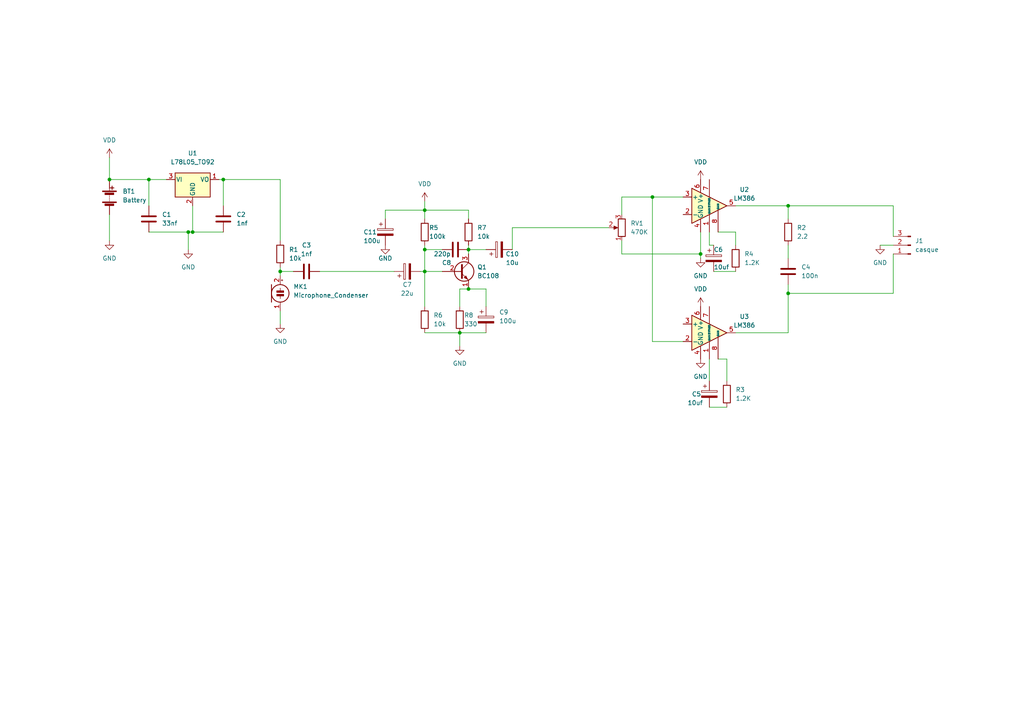
<source format=kicad_sch>
(kicad_sch (version 20211123) (generator eeschema)
  (paper "A4")
  (lib_symbols
    (symbol "Amplifier_Audio:LM386" (pin_names (offset 0.127))
      (property "Reference" "U" (at 1.27 7.62 0))
      (property "Value" "LM386" (at 1.27 5.08 0))
      (symbol "LM386_0_1"
        (polyline (pts (xy 5.08 0) (xy -5.08 5.08) (xy -5.08 -5.08) (xy 5.08 0)) (stroke (width 0.254)) (fill (type background)))
      )
      (symbol "LM386_1_1"
        (pin input line (at 0 -7.62 90) (length 5.08) (name "GAIN") (number "1"))
        (pin input line (at -7.62 -2.54 0) (length 2.54) (name "-") (number "2"))
        (pin input line (at -7.62 2.54 0) (length 2.54) (name "+") (number "3"))
        (pin power_in line (at -2.54 -7.62 90) (length 3.81) (name "GND") (number "4"))
        (pin output line (at 7.62 0 180) (length 2.54) (name "~") (number "5"))
        (pin power_in line (at -2.54 7.62 270) (length 3.81) (name "V+") (number "6"))
        (pin input line (at 0 7.62 270) (length 5.08) (name "BYPASS") (number "7"))
        (pin input line (at 2.54 -7.62 90) (length 6.35) (name "GAIN") (number "8"))
      )
    )
    (symbol "Connector:Conn_01x03_Male" (pin_names (offset 1.016) hide)
      (property "Reference" "J" (at 0 5.08 0))
      (property "Value" "Conn_01x03_Male" (at 0 -5.08 0))
      (symbol "Conn_01x03_Male_1_1"
        (polyline (pts (xy 1.27 -2.54) (xy 0.8636 -2.54)) (stroke (width 0.1524)))
        (polyline (pts (xy 1.27 0) (xy 0.8636 0)) (stroke (width 0.1524)))
        (polyline (pts (xy 1.27 2.54) (xy 0.8636 2.54)) (stroke (width 0.1524)))
        (rectangle (start 0.8636 -2.413) (end 0 -2.667) (stroke (width 0.1524)) (fill (type outline)))
        (rectangle (start 0.8636 0.127) (end 0 -0.127) (stroke (width 0.1524)) (fill (type outline)))
        (rectangle (start 0.8636 2.667) (end 0 2.413) (stroke (width 0.1524)) (fill (type outline)))
        (pin passive line (at 5.08 2.54 180) (length 3.81) (name "Pin_1") (number "1"))
        (pin passive line (at 5.08 0 180) (length 3.81) (name "Pin_2") (number "2"))
        (pin passive line (at 5.08 -2.54 180) (length 3.81) (name "Pin_3") (number "3"))
      )
    )
    (symbol "Device:Battery" (pin_numbers hide) (pin_names (offset 0) hide)
      (property "Reference" "BT" (at 2.54 2.54 0))
      (property "Value" "Battery" (at 2.54 0 0))
      (symbol "Battery_0_1"
        (rectangle (start -2.032 -1.397) (end 2.032 -1.651) (fill (type outline)))
        (rectangle (start -2.032 1.778) (end 2.032 1.524) (fill (type outline)))
        (rectangle (start -1.3208 -1.9812) (end 1.27 -2.4892) (fill (type outline)))
        (rectangle (start -1.3208 1.1938) (end 1.27 0.6858) (fill (type outline)))
        (polyline (pts (xy 0 -1.524) (xy 0 -1.27)))
        (polyline (pts (xy 0 -1.016) (xy 0 -0.762)))
        (polyline (pts (xy 0 -0.508) (xy 0 -0.254)))
        (polyline (pts (xy 0 0) (xy 0 0.254)))
        (polyline (pts (xy 0 0.508) (xy 0 0.762)))
        (polyline (pts (xy 0 1.778) (xy 0 2.54)))
        (polyline (pts (xy 0.254 2.667) (xy 1.27 2.667)) (stroke (width 0.254)))
        (polyline (pts (xy 0.762 3.175) (xy 0.762 2.159)) (stroke (width 0.254)))
      )
      (symbol "Battery_1_1"
        (pin passive line (at 0 5.08 270) (length 2.54) (name "+") (number "1"))
        (pin passive line (at 0 -5.08 90) (length 2.54) (name "-") (number "2"))
      )
    )
    (symbol "Device:C" (pin_numbers hide) (pin_names (offset 0.254))
      (property "Reference" "C" (at 0.635 2.54 0))
      (property "Value" "C" (at 0.635 -2.54 0))
      (symbol "C_0_1"
        (polyline (pts (xy -2.032 -0.762) (xy 2.032 -0.762)) (stroke (width 0.508)))
        (polyline (pts (xy -2.032 0.762) (xy 2.032 0.762)) (stroke (width 0.508)))
      )
      (symbol "C_1_1"
        (pin passive line (at 0 3.81 270) (length 2.794) (name "~") (number "1"))
        (pin passive line (at 0 -3.81 90) (length 2.794) (name "~") (number "2"))
      )
    )
    (symbol "Device:C_Polarized" (pin_numbers hide) (pin_names (offset 0.254))
      (property "Reference" "C" (at 0.635 2.54 0))
      (property "Value" "C_Polarized" (at 0.635 -2.54 0))
      (symbol "C_Polarized_0_1"
        (rectangle (start -2.286 0.508) (end 2.286 1.016))
        (polyline (pts (xy -1.778 2.286) (xy -0.762 2.286)))
        (polyline (pts (xy -1.27 2.794) (xy -1.27 1.778)))
        (rectangle (start 2.286 -0.508) (end -2.286 -1.016) (fill (type outline)))
      )
      (symbol "C_Polarized_1_1"
        (pin passive line (at 0 3.81 270) (length 2.794) (name "~") (number "1"))
        (pin passive line (at 0 -3.81 90) (length 2.794) (name "~") (number "2"))
      )
    )
    (symbol "Device:Microphone_Condenser" (pin_names (offset 0.0254) hide)
      (property "Reference" "MK" (at -3.302 1.27 0))
      (property "Value" "Microphone_Condenser" (at -3.302 -0.635 0))
      (symbol "Microphone_Condenser_0_1"
        (polyline (pts (xy -2.54 2.54) (xy -2.54 -2.54)) (stroke (width 0.254)))
        (polyline (pts (xy 0 -0.762) (xy 0 -1.524)))
        (polyline (pts (xy 0 0.762) (xy 0 1.524)))
        (polyline (pts (xy 0.254 3.81) (xy 0.762 3.81)))
        (polyline (pts (xy 0.508 4.064) (xy 0.508 3.556)))
        (circle (center 0 0) (radius 2.54) (stroke (width 0.254)))
        (rectangle (start 1.016 -0.254) (end -1.016 -0.762) (fill (type outline)))
        (rectangle (start 1.016 0.762) (end -1.016 0.254) (fill (type outline)))
      )
      (symbol "Microphone_Condenser_1_1"
        (pin passive line (at 0 -5.08 90) (length 2.54) (name "-") (number "1"))
        (pin passive line (at 0 5.08 270) (length 2.54) (name "+") (number "2"))
      )
    )
    (symbol "Device:R" (pin_numbers hide) (pin_names (offset 0))
      (property "Reference" "R" (at 2.032 0 90))
      (property "Value" "R" (at 0 0 90))
      (symbol "R_0_1"
        (rectangle (start -1.016 -2.54) (end 1.016 2.54) (stroke (width 0.254)))
      )
      (symbol "R_1_1"
        (pin passive line (at 0 3.81 270) (length 1.27) (name "~") (number "1"))
        (pin passive line (at 0 -3.81 90) (length 1.27) (name "~") (number "2"))
      )
    )
    (symbol "Device:R_Potentiometer" (pin_names (offset 1.016) hide)
      (property "Reference" "RV" (at -4.445 0 90))
      (property "Value" "R_Potentiometer" (at -2.54 0 90))
      (symbol "R_Potentiometer_0_1"
        (polyline (pts (xy 2.54 0) (xy 1.524 0)))
        (polyline (pts (xy 1.143 0) (xy 2.286 0.508) (xy 2.286 -0.508) (xy 1.143 0)) (fill (type outline)))
        (rectangle (start 1.016 2.54) (end -1.016 -2.54) (stroke (width 0.254)))
      )
      (symbol "R_Potentiometer_1_1"
        (pin passive line (at 0 3.81 270) (length 1.27) (name "1") (number "1"))
        (pin passive line (at 3.81 0 180) (length 1.27) (name "2") (number "2"))
        (pin passive line (at 0 -3.81 90) (length 1.27) (name "3") (number "3"))
      )
    )
    (symbol "Regulator_Linear:L78L05_TO92" (pin_names (offset 0.254))
      (property "Reference" "U" (at -3.81 3.175 0))
      (property "Value" "L78L05_TO92" (at 0 3.175 0))
      (symbol "L78L05_TO92_0_1"
        (rectangle (start -5.08 -5.08) (end 5.08 1.905) (stroke (width 0.254)) (fill (type background)))
      )
      (symbol "L78L05_TO92_1_1"
        (pin power_out line (at 7.62 0 180) (length 2.54) (name "VO") (number "1"))
        (pin power_in line (at 0 -7.62 90) (length 2.54) (name "GND") (number "2"))
        (pin power_in line (at -7.62 0 0) (length 2.54) (name "VI") (number "3"))
      )
    )
    (symbol "Transistor_BJT:BC108" (pin_names (offset 0) hide)
      (property "Reference" "Q" (at 5.08 1.905 0))
      (property "Value" "BC108" (at 5.08 0 0))
      (symbol "BC108_0_1"
        (polyline (pts (xy 0.635 0.635) (xy 2.54 2.54)))
        (polyline (pts (xy 0.635 -0.635) (xy 2.54 -2.54) (xy 2.54 -2.54)))
        (polyline (pts (xy 0.635 1.905) (xy 0.635 -1.905) (xy 0.635 -1.905)) (stroke (width 0.508)))
        (polyline (pts (xy 1.27 -1.778) (xy 1.778 -1.27) (xy 2.286 -2.286) (xy 1.27 -1.778) (xy 1.27 -1.778)) (fill (type outline)))
        (circle (center 1.27 0) (radius 2.8194) (stroke (width 0.254)))
      )
      (symbol "BC108_1_1"
        (pin passive line (at 2.54 -5.08 90) (length 2.54) (name "E") (number "1"))
        (pin input line (at -5.08 0 0) (length 5.715) (name "B") (number "2"))
        (pin passive line (at 2.54 5.08 270) (length 2.54) (name "C") (number "3"))
      )
    )
    (symbol "power:GND" (power) (pin_names (offset 0))
      (property "Value" "GND" (at 0 -3.81 0))
      (symbol "GND_0_1"
        (polyline (pts (xy 0 0) (xy 0 -1.27) (xy 1.27 -1.27) (xy 0 -2.54) (xy -1.27 -1.27) (xy 0 -1.27)))
      )
      (symbol "GND_1_1"
        (pin power_in line (at 0 0 270) (length 0) hide (name "GND") (number "1"))
      )
    )
    (symbol "power:VDD" (power) (pin_names (offset 0))
      (property "Value" "VDD" (at 0 3.81 0))
      (symbol "VDD_0_1"
        (polyline (pts (xy -0.762 1.27) (xy 0 2.54)))
        (polyline (pts (xy 0 0) (xy 0 2.54)))
        (polyline (pts (xy 0 2.54) (xy 0.762 1.27)))
      )
      (symbol "VDD_1_1"
        (pin power_in line (at 0 0 90) (length 0) hide (name "VDD") (number "1"))
      )
    )
  )
  (junction (at 43.18 52.07))
  (junction (at 55.88 67.31))
  (junction (at 228.6 59.69))
  (junction (at 123.19 78.74))
  (junction (at 81.28 78.74))
  (junction (at 203.2 73.66))
  (junction (at 64.77 52.07))
  (junction (at 189.23 57.15))
  (junction (at 31.75 52.07))
  (junction (at 123.19 60.96))
  (junction (at 228.6 85.09))
  (junction (at 133.35 96.52))
  (junction (at 135.89 72.39))
  (junction (at 135.89 83.82))
  (junction (at 54.61 67.31))
  (junction (at 123.19 72.39))
  (wire (pts (xy 43.18 59.69) (xy 43.18 52.07)))
  (wire (pts (xy 189.23 57.15) (xy 198.12 57.15)))
  (wire (pts (xy 54.61 72.39) (xy 54.61 67.31)))
  (wire (pts (xy 205.74 71.12) (xy 207.01 71.12)))
  (wire (pts (xy 180.34 73.66) (xy 203.2 73.66)))
  (wire (pts (xy 176.53 66.04) (xy 148.59 66.04)))
  (wire (pts (xy 81.28 78.74) (xy 85.09 78.74)))
  (wire (pts (xy 148.59 66.04) (xy 148.59 72.39)))
  (wire (pts (xy 43.18 67.31) (xy 54.61 67.31)))
  (wire (pts (xy 123.19 78.74) (xy 128.27 78.74)))
  (wire (pts (xy 228.6 96.52) (xy 213.36 96.52)))
  (wire (pts (xy 180.34 69.85) (xy 180.34 73.66)))
  (wire (pts (xy 123.19 60.96) (xy 135.89 60.96)))
  (wire (pts (xy 123.19 72.39) (xy 123.19 78.74)))
  (wire (pts (xy 123.19 78.74) (xy 123.19 88.9)))
  (wire (pts (xy 189.23 57.15) (xy 189.23 99.06)))
  (wire (pts (xy 54.61 67.31) (xy 55.88 67.31)))
  (wire (pts (xy 43.18 52.07) (xy 48.26 52.07)))
  (wire (pts (xy 228.6 71.12) (xy 228.6 74.93)))
  (wire (pts (xy 64.77 52.07) (xy 81.28 52.07)))
  (wire (pts (xy 81.28 90.17) (xy 81.28 93.98)))
  (wire (pts (xy 123.19 58.42) (xy 123.19 60.96)))
  (wire (pts (xy 213.36 71.12) (xy 213.36 67.31)))
  (wire (pts (xy 123.19 72.39) (xy 128.27 72.39)))
  (wire (pts (xy 123.19 71.12) (xy 123.19 72.39)))
  (wire (pts (xy 81.28 77.47) (xy 81.28 78.74)))
  (wire (pts (xy 64.77 59.69) (xy 64.77 52.07)))
  (wire (pts (xy 55.88 67.31) (xy 64.77 67.31)))
  (wire (pts (xy 228.6 59.69) (xy 259.08 59.69)))
  (wire (pts (xy 189.23 99.06) (xy 198.12 99.06)))
  (wire (pts (xy 203.2 73.66) (xy 203.2 74.93)))
  (wire (pts (xy 133.35 96.52) (xy 140.97 96.52)))
  (wire (pts (xy 255.27 71.12) (xy 259.08 71.12)))
  (wire (pts (xy 81.28 78.74) (xy 81.28 80.01)))
  (wire (pts (xy 213.36 59.69) (xy 228.6 59.69)))
  (wire (pts (xy 259.08 59.69) (xy 259.08 68.58)))
  (wire (pts (xy 135.89 72.39) (xy 135.89 73.66)))
  (wire (pts (xy 111.76 60.96) (xy 123.19 60.96)))
  (wire (pts (xy 31.75 52.07) (xy 43.18 52.07)))
  (wire (pts (xy 111.76 63.5) (xy 111.76 60.96)))
  (wire (pts (xy 140.97 88.9) (xy 140.97 83.82)))
  (wire (pts (xy 135.89 71.12) (xy 135.89 72.39)))
  (wire (pts (xy 205.74 67.31) (xy 205.74 71.12)))
  (wire (pts (xy 207.01 78.74) (xy 213.36 78.74)))
  (wire (pts (xy 64.77 52.07) (xy 63.5 52.07)))
  (wire (pts (xy 180.34 62.23) (xy 180.34 57.15)))
  (wire (pts (xy 92.71 78.74) (xy 114.3 78.74)))
  (wire (pts (xy 31.75 62.23) (xy 31.75 69.85)))
  (wire (pts (xy 135.89 72.39) (xy 140.97 72.39)))
  (wire (pts (xy 123.19 96.52) (xy 133.35 96.52)))
  (wire (pts (xy 121.92 78.74) (xy 123.19 78.74)))
  (wire (pts (xy 228.6 59.69) (xy 228.6 63.5)))
  (wire (pts (xy 203.2 67.31) (xy 203.2 73.66)))
  (wire (pts (xy 55.88 59.69) (xy 55.88 67.31)))
  (wire (pts (xy 135.89 60.96) (xy 135.89 63.5)))
  (wire (pts (xy 228.6 85.09) (xy 259.08 85.09)))
  (wire (pts (xy 133.35 88.9) (xy 133.35 83.82)))
  (wire (pts (xy 210.82 104.14) (xy 208.28 104.14)))
  (wire (pts (xy 123.19 60.96) (xy 123.19 63.5)))
  (wire (pts (xy 205.74 118.11) (xy 210.82 118.11)))
  (wire (pts (xy 210.82 110.49) (xy 210.82 104.14)))
  (wire (pts (xy 140.97 83.82) (xy 135.89 83.82)))
  (wire (pts (xy 228.6 82.55) (xy 228.6 85.09)))
  (wire (pts (xy 259.08 85.09) (xy 259.08 73.66)))
  (wire (pts (xy 31.75 45.72) (xy 31.75 52.07)))
  (wire (pts (xy 205.74 104.14) (xy 205.74 110.49)))
  (wire (pts (xy 133.35 96.52) (xy 133.35 100.33)))
  (wire (pts (xy 133.35 83.82) (xy 135.89 83.82)))
  (wire (pts (xy 213.36 67.31) (xy 208.28 67.31)))
  (wire (pts (xy 180.34 57.15) (xy 189.23 57.15)))
  (wire (pts (xy 81.28 52.07) (xy 81.28 69.85)))
  (wire (pts (xy 228.6 85.09) (xy 228.6 96.52)))
  (symbol (lib_id "power:GND") (at 203.2 104.14 0) (unit 1)
    (property "Reference" "#PWR?" (effects hide))
    (property "Value" "GND" (at 203.2 109.22 0))
  )
  (symbol (lib_id "power:VDD") (at 203.2 88.9 0) (unit 1)
    (property "Reference" "#PWR?" (effects hide))
    (property "Value" "VDD" (at 203.2 83.82 0))
  )
  (symbol (lib_id "power:GND") (at 133.35 100.33 0) (unit 1)
    (property "Reference" "#PWR?" (effects hide))
    (property "Value" "GND" (at 133.35 105.41 0))
  )
  (symbol (lib_id "Device:C_Polarized") (at 111.76 67.31 0) (unit 1)
    (property "Reference" "C11" (at 105.41 67.31 0) (effects (justify left)))
    (property "Value" "100u" (at 105.41 69.85 0) (effects (justify left)))
  )
  (symbol (lib_id "Device:C_Polarized") (at 207.01 74.93 0) (unit 1)
    (property "Reference" "C6" (at 207.01 72.39 0) (effects (justify left)))
    (property "Value" "10uf" (at 207.01 77.47 0) (effects (justify left)))
  )
  (symbol (lib_id "Device:C") (at 64.77 63.5 0) (unit 1)
    (property "Reference" "C2" (at 68.58 62.2299 0) (effects (justify left)))
    (property "Value" "1nf" (at 68.58 64.7699 0) (effects (justify left)))
    (property "Footprint" "Capacitor_THT:C_Rect_L7.2mm_W3.0mm_P5.00mm_FKS2_FKP2_MKS2_MKP2" (effects hide))
  )
  (symbol (lib_id "Device:R") (at 213.36 74.93 0) (unit 1)
    (property "Reference" "R4" (at 215.9 73.6599 0) (effects (justify left)))
    (property "Value" "1.2K" (at 215.9 76.1999 0) (effects (justify left)))
  )
  (symbol (lib_id "Device:R") (at 135.89 67.31 0) (unit 1)
    (property "Reference" "R7" (at 138.43 66.0399 0) (effects (justify left)))
    (property "Value" "10k" (at 138.43 68.5799 0) (effects (justify left)))
  )
  (symbol (lib_id "Device:R") (at 81.28 73.66 0) (unit 1)
    (property "Reference" "R1" (at 83.82 72.3899 0) (effects (justify left)))
    (property "Value" "10k" (at 83.82 74.9299 0) (effects (justify left)))
    (property "Footprint" "Resistor_THT:R_Axial_DIN0204_L3.6mm_D1.6mm_P7.62mm_Horizontal" (effects hide))
  )
  (symbol (lib_id "Device:R") (at 123.19 92.71 0) (unit 1)
    (property "Reference" "R6" (at 125.73 91.4399 0) (effects (justify left)))
    (property "Value" "10k" (at 125.73 93.9799 0) (effects (justify left)))
  )
  (symbol (lib_id "Device:R") (at 133.35 92.71 0) (unit 1)
    (property "Reference" "R8" (at 134.62 91.44 0) (effects (justify left)))
    (property "Value" "330" (at 134.62 93.98 0) (effects (justify left)))
  )
  (symbol (lib_id "power:VDD") (at 123.19 58.42 0) (unit 1)
    (property "Reference" "#PWR?" (effects hide))
    (property "Value" "VDD" (at 123.19 53.34 0))
  )
  (symbol (lib_id "Transistor_BJT:BC108") (at 133.35 78.74 0) (unit 1)
    (property "Reference" "Q1" (at 138.43 77.4699 0) (effects (justify left)))
    (property "Value" "BC108" (at 138.43 80.0099 0) (effects (justify left)))
    (property "Footprint" "Package_TO_SOT_THT:TO-18-3" (effects hide))
    (property "Datasheet" "http://www.b-kainka.de/Daten/Transistor/BC108.pdf" (effects hide))
  )
  (symbol (lib_id "power:GND") (at 31.75 69.85 0) (unit 1)
    (property "Reference" "#PWR0102" (effects hide))
    (property "Value" "GND" (at 31.75 74.93 0))
  )
  (symbol (lib_id "Device:Microphone_Condenser") (at 81.28 85.09 0) (unit 1)
    (property "Reference" "MK1" (at 85.09 83.1214 0) (effects (justify left)))
    (property "Value" "Microphone_Condenser" (at 85.09 85.6614 0) (effects (justify left)))
    (property "Footprint" "Connector_PinHeader_2.00mm:PinHeader_1x02_P2.00mm_Vertical" (effects hide))
  )
  (symbol (lib_id "power:GND") (at 255.27 71.12 0) (unit 1)
    (property "Reference" "#PWR?" (effects hide))
    (property "Value" "GND" (at 255.27 76.2 0))
  )
  (symbol (lib_id "power:VDD") (at 203.2 52.07 0) (unit 1)
    (property "Reference" "#PWR?" (effects hide))
    (property "Value" "VDD" (at 203.2 46.99 0))
  )
  (symbol (lib_id "Device:C") (at 43.18 63.5 0) (unit 1)
    (property "Reference" "C1" (at 46.99 62.2299 0) (effects (justify left)))
    (property "Value" "33nf" (at 46.99 64.7699 0) (effects (justify left)))
    (property "Footprint" "Capacitor_THT:C_Rect_L7.2mm_W3.0mm_P5.00mm_FKS2_FKP2_MKS2_MKP2" (effects hide))
  )
  (symbol (lib_id "Device:C") (at 132.08 72.39 90) (unit 1)
    (property "Reference" "C8" (at 129.54 76.2 90))
    (property "Value" "220p" (at 128.27 73.66 90))
  )
  (symbol (lib_id "Device:R") (at 210.82 114.3 0) (unit 1)
    (property "Reference" "R3" (at 213.36 113.0299 0) (effects (justify left)))
    (property "Value" "1.2K" (at 213.36 115.5699 0) (effects (justify left)))
  )
  (symbol (lib_id "power:VDD") (at 31.75 45.72 0) (unit 1)
    (property "Reference" "#PWR?" (effects hide))
    (property "Value" "VDD" (at 31.75 40.64 0))
  )
  (symbol (lib_id "power:GND") (at 81.28 93.98 0) (unit 1)
    (property "Reference" "#PWR0104" (effects hide))
    (property "Value" "GND" (at 81.28 99.06 0))
  )
  (symbol (lib_id "Amplifier_Audio:LM386") (at 205.74 59.69 0) (unit 1)
    (property "Reference" "U2" (at 215.9 54.991 0))
    (property "Value" "LM386" (at 215.9 57.531 0))
    (property "Footprint" "Package_DIP:DIP-8_W7.62mm_Socket" (effects hide))
    (property "Datasheet" "http://www.ti.com/lit/ds/symlink/lm386.pdf" (effects hide))
  )
  (symbol (lib_id "Device:C") (at 88.9 78.74 90) (unit 1)
    (property "Reference" "C3" (at 88.9 71.12 90))
    (property "Value" "1nf" (at 88.9 73.66 90))
    (property "Footprint" "Capacitor_THT:C_Rect_L7.2mm_W3.0mm_P5.00mm_FKS2_FKP2_MKS2_MKP2" (effects hide))
  )
  (symbol (lib_id "Device:R") (at 123.19 67.31 0) (unit 1)
    (property "Reference" "R5" (at 124.46 66.04 0) (effects (justify left)))
    (property "Value" "100k" (at 124.46 68.58 0) (effects (justify left)))
  )
  (symbol (lib_id "Device:C_Polarized") (at 140.97 92.71 0) (unit 1)
    (property "Reference" "C9" (at 144.78 90.5509 0) (effects (justify left)))
    (property "Value" "100u" (at 144.78 93.0909 0) (effects (justify left)))
  )
  (symbol (lib_id "Device:C_Polarized") (at 144.78 72.39 90) (unit 1)
    (property "Reference" "C10" (at 148.59 73.66 90))
    (property "Value" "10u" (at 148.59 76.2 90))
  )
  (symbol (lib_id "Device:R_Potentiometer") (at 180.34 66.04 180) (unit 1)
    (property "Reference" "RV1" (at 182.88 64.7699 0) (effects (justify right)))
    (property "Value" "470K" (at 182.88 67.3099 0) (effects (justify right)))
    (property "Footprint" "Potentiometer_THT:Potentiometer_Piher_PT-10-V05_Vertical" (effects hide))
  )
  (symbol (lib_id "Regulator_Linear:L78L05_TO92") (at 55.88 52.07 0) (unit 1)
    (property "Reference" "U1" (at 55.88 44.45 0))
    (property "Value" "L78L05_TO92" (at 55.88 46.99 0))
    (property "Footprint" "Package_TO_SOT_THT:TO-92_Inline_Wide" (effects hide))
    (property "Datasheet" "http://www.st.com/content/ccc/resource/technical/document/datasheet/15/55/e5/aa/23/5b/43/fd/CD00000446.pdf/files/CD00000446.pdf/jcr:content/translations/en.CD00000446.pdf" (effects hide))
  )
  (symbol (lib_id "Amplifier_Audio:LM386") (at 205.74 96.52 0) (unit 1)
    (property "Reference" "U3" (at 215.9 91.821 0))
    (property "Value" "LM386" (at 215.9 94.361 0))
    (property "Footprint" "Package_DIP:DIP-8_W7.62mm_Socket" (effects hide))
    (property "Datasheet" "http://www.ti.com/lit/ds/symlink/lm386.pdf" (effects hide))
  )
  (symbol (lib_id "Device:Battery") (at 31.75 57.15 0) (unit 1)
    (property "Reference" "BT1" (at 35.56 55.4989 0) (effects (justify left)))
    (property "Value" "Battery" (at 35.56 58.0389 0) (effects (justify left)))
    (property "Footprint" "Connector_PinHeader_2.00mm:PinHeader_1x02_P2.00mm_Vertical" (effects hide))
  )
  (symbol (lib_id "Connector:Conn_01x03_Male") (at 264.16 71.12 180) (unit 1)
    (property "Reference" "J1" (at 265.43 69.8499 0) (effects (justify right)))
    (property "Value" "casque" (at 265.43 72.3899 0) (effects (justify right)))
  )
  (symbol (lib_id "power:GND") (at 111.76 71.12 0) (unit 1)
    (property "Reference" "#PWR?" (effects hide))
    (property "Value" "GND" (at 111.76 74.93 0))
  )
  (symbol (lib_id "Device:C_Polarized") (at 118.11 78.74 90) (unit 1)
    (property "Reference" "C7" (at 118.11 82.55 90))
    (property "Value" "22u" (at 118.11 85.09 90))
  )
  (symbol (lib_id "Device:C") (at 228.6 78.74 0) (unit 1)
    (property "Reference" "C4" (at 232.41 77.4699 0) (effects (justify left)))
    (property "Value" "100n" (at 232.41 80.0099 0) (effects (justify left)))
  )
  (symbol (lib_id "Device:R") (at 228.6 67.31 0) (unit 1)
    (property "Reference" "R2" (at 231.14 66.0399 0) (effects (justify left)))
    (property "Value" "2.2" (at 231.14 68.5799 0) (effects (justify left)))
  )
  (symbol (lib_id "power:GND") (at 203.2 74.93 0) (unit 1)
    (property "Reference" "#PWR0105" (effects hide))
    (property "Value" "GND" (at 203.2 80.01 0))
  )
  (symbol (lib_id "Device:C_Polarized") (at 205.74 114.3 0) (unit 1)
    (property "Reference" "C5" (at 200.66 114.3 0) (effects (justify left)))
    (property "Value" "10uf" (at 199.39 116.84 0) (effects (justify left)))
  )
  (symbol (lib_id "power:GND") (at 54.61 72.39 0) (unit 1)
    (property "Reference" "#PWR0101" (effects hide))
    (property "Value" "GND" (at 54.61 77.47 0))
  )
)
</source>
